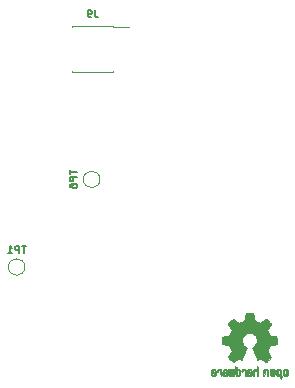
<source format=gbr>
%TF.GenerationSoftware,KiCad,Pcbnew,8.0.2*%
%TF.CreationDate,2024-08-19T18:08:16-05:00*%
%TF.ProjectId,tank,74616e6b-2e6b-4696-9361-645f70636258,rev?*%
%TF.SameCoordinates,Original*%
%TF.FileFunction,Legend,Bot*%
%TF.FilePolarity,Positive*%
%FSLAX46Y46*%
G04 Gerber Fmt 4.6, Leading zero omitted, Abs format (unit mm)*
G04 Created by KiCad (PCBNEW 8.0.2) date 2024-08-19 18:08:16*
%MOMM*%
%LPD*%
G01*
G04 APERTURE LIST*
%ADD10C,0.150000*%
%ADD11C,0.010000*%
%ADD12C,0.120000*%
G04 APERTURE END LIST*
D10*
X185067066Y-93180563D02*
X185067066Y-93634134D01*
X185067066Y-93634134D02*
X185097305Y-93724848D01*
X185097305Y-93724848D02*
X185157781Y-93785325D01*
X185157781Y-93785325D02*
X185248495Y-93815563D01*
X185248495Y-93815563D02*
X185308971Y-93815563D01*
X184734447Y-93815563D02*
X184613495Y-93815563D01*
X184613495Y-93815563D02*
X184553018Y-93785325D01*
X184553018Y-93785325D02*
X184522780Y-93755086D01*
X184522780Y-93755086D02*
X184462304Y-93664372D01*
X184462304Y-93664372D02*
X184432066Y-93543420D01*
X184432066Y-93543420D02*
X184432066Y-93301515D01*
X184432066Y-93301515D02*
X184462304Y-93241039D01*
X184462304Y-93241039D02*
X184492542Y-93210801D01*
X184492542Y-93210801D02*
X184553018Y-93180563D01*
X184553018Y-93180563D02*
X184673971Y-93180563D01*
X184673971Y-93180563D02*
X184734447Y-93210801D01*
X184734447Y-93210801D02*
X184764685Y-93241039D01*
X184764685Y-93241039D02*
X184794923Y-93301515D01*
X184794923Y-93301515D02*
X184794923Y-93452705D01*
X184794923Y-93452705D02*
X184764685Y-93513182D01*
X184764685Y-93513182D02*
X184734447Y-93543420D01*
X184734447Y-93543420D02*
X184673971Y-93573658D01*
X184673971Y-93573658D02*
X184553018Y-93573658D01*
X184553018Y-93573658D02*
X184492542Y-93543420D01*
X184492542Y-93543420D02*
X184462304Y-93513182D01*
X184462304Y-93513182D02*
X184432066Y-93452705D01*
X179236309Y-113163363D02*
X178873452Y-113163363D01*
X179054881Y-113798363D02*
X179054881Y-113163363D01*
X178661785Y-113798363D02*
X178661785Y-113163363D01*
X178661785Y-113163363D02*
X178419880Y-113163363D01*
X178419880Y-113163363D02*
X178359404Y-113193601D01*
X178359404Y-113193601D02*
X178329166Y-113223839D01*
X178329166Y-113223839D02*
X178298928Y-113284315D01*
X178298928Y-113284315D02*
X178298928Y-113375029D01*
X178298928Y-113375029D02*
X178329166Y-113435505D01*
X178329166Y-113435505D02*
X178359404Y-113465744D01*
X178359404Y-113465744D02*
X178419880Y-113495982D01*
X178419880Y-113495982D02*
X178661785Y-113495982D01*
X177694166Y-113798363D02*
X178057023Y-113798363D01*
X177875595Y-113798363D02*
X177875595Y-113163363D01*
X177875595Y-113163363D02*
X177936071Y-113254077D01*
X177936071Y-113254077D02*
X177996547Y-113314553D01*
X177996547Y-113314553D02*
X178057023Y-113344791D01*
X182911963Y-106742290D02*
X182911963Y-107105147D01*
X183546963Y-106923718D02*
X182911963Y-106923718D01*
X183546963Y-107316814D02*
X182911963Y-107316814D01*
X182911963Y-107316814D02*
X182911963Y-107558719D01*
X182911963Y-107558719D02*
X182942201Y-107619195D01*
X182942201Y-107619195D02*
X182972439Y-107649433D01*
X182972439Y-107649433D02*
X183032915Y-107679671D01*
X183032915Y-107679671D02*
X183123629Y-107679671D01*
X183123629Y-107679671D02*
X183184105Y-107649433D01*
X183184105Y-107649433D02*
X183214344Y-107619195D01*
X183214344Y-107619195D02*
X183244582Y-107558719D01*
X183244582Y-107558719D02*
X183244582Y-107316814D01*
X182911963Y-108223957D02*
X182911963Y-108103004D01*
X182911963Y-108103004D02*
X182942201Y-108042528D01*
X182942201Y-108042528D02*
X182972439Y-108012290D01*
X182972439Y-108012290D02*
X183063153Y-107951814D01*
X183063153Y-107951814D02*
X183184105Y-107921576D01*
X183184105Y-107921576D02*
X183426010Y-107921576D01*
X183426010Y-107921576D02*
X183486486Y-107951814D01*
X183486486Y-107951814D02*
X183516725Y-107982052D01*
X183516725Y-107982052D02*
X183546963Y-108042528D01*
X183546963Y-108042528D02*
X183546963Y-108163481D01*
X183546963Y-108163481D02*
X183516725Y-108223957D01*
X183516725Y-108223957D02*
X183486486Y-108254195D01*
X183486486Y-108254195D02*
X183426010Y-108284433D01*
X183426010Y-108284433D02*
X183274820Y-108284433D01*
X183274820Y-108284433D02*
X183214344Y-108254195D01*
X183214344Y-108254195D02*
X183184105Y-108223957D01*
X183184105Y-108223957D02*
X183153867Y-108163481D01*
X183153867Y-108163481D02*
X183153867Y-108042528D01*
X183153867Y-108042528D02*
X183184105Y-107982052D01*
X183184105Y-107982052D02*
X183214344Y-107951814D01*
X183214344Y-107951814D02*
X183274820Y-107921576D01*
D11*
%TO.C,REF\u002A\u002A*%
X195628229Y-123591697D02*
X195688153Y-123613955D01*
X195713073Y-123630680D01*
X195738310Y-123654643D01*
X195756312Y-123685126D01*
X195768258Y-123726623D01*
X195775330Y-123783632D01*
X195778708Y-123860647D01*
X195779571Y-123962165D01*
X195779402Y-124014627D01*
X195778553Y-124086315D01*
X195777111Y-124143525D01*
X195775214Y-124181409D01*
X195772997Y-124195114D01*
X195758572Y-124190581D01*
X195729454Y-124178270D01*
X195728581Y-124177872D01*
X195713460Y-124169956D01*
X195703291Y-124159095D01*
X195697091Y-124140071D01*
X195693878Y-124107669D01*
X195692670Y-124056671D01*
X195692486Y-123981861D01*
X195692114Y-123934404D01*
X195688150Y-123845215D01*
X195679073Y-123779887D01*
X195663924Y-123734993D01*
X195641745Y-123707107D01*
X195611575Y-123692803D01*
X195607390Y-123691806D01*
X195550880Y-123691027D01*
X195506810Y-123716344D01*
X195476372Y-123767102D01*
X195470944Y-123781775D01*
X195458571Y-123814249D01*
X195452305Y-123829172D01*
X195439436Y-123827116D01*
X195411333Y-123815957D01*
X195385121Y-123797527D01*
X195373171Y-123762698D01*
X195376736Y-123737751D01*
X195398635Y-123687147D01*
X195434044Y-123639728D01*
X195475452Y-123606934D01*
X195492800Y-123599352D01*
X195558489Y-123586676D01*
X195628229Y-123591697D01*
G36*
X195628229Y-123591697D02*
G01*
X195688153Y-123613955D01*
X195713073Y-123630680D01*
X195738310Y-123654643D01*
X195756312Y-123685126D01*
X195768258Y-123726623D01*
X195775330Y-123783632D01*
X195778708Y-123860647D01*
X195779571Y-123962165D01*
X195779402Y-124014627D01*
X195778553Y-124086315D01*
X195777111Y-124143525D01*
X195775214Y-124181409D01*
X195772997Y-124195114D01*
X195758572Y-124190581D01*
X195729454Y-124178270D01*
X195728581Y-124177872D01*
X195713460Y-124169956D01*
X195703291Y-124159095D01*
X195697091Y-124140071D01*
X195693878Y-124107669D01*
X195692670Y-124056671D01*
X195692486Y-123981861D01*
X195692114Y-123934404D01*
X195688150Y-123845215D01*
X195679073Y-123779887D01*
X195663924Y-123734993D01*
X195641745Y-123707107D01*
X195611575Y-123692803D01*
X195607390Y-123691806D01*
X195550880Y-123691027D01*
X195506810Y-123716344D01*
X195476372Y-123767102D01*
X195470944Y-123781775D01*
X195458571Y-123814249D01*
X195452305Y-123829172D01*
X195439436Y-123827116D01*
X195411333Y-123815957D01*
X195385121Y-123797527D01*
X195373171Y-123762698D01*
X195376736Y-123737751D01*
X195398635Y-123687147D01*
X195434044Y-123639728D01*
X195475452Y-123606934D01*
X195492800Y-123599352D01*
X195558489Y-123586676D01*
X195628229Y-123591697D01*
G37*
X199576420Y-123558422D02*
X199644210Y-123590280D01*
X199699766Y-123645370D01*
X199711281Y-123662616D01*
X199720832Y-123682162D01*
X199727606Y-123706798D01*
X199732219Y-123741311D01*
X199735288Y-123790489D01*
X199737429Y-123859119D01*
X199739259Y-123951989D01*
X199743804Y-124209607D01*
X199705625Y-124195091D01*
X199670668Y-124181756D01*
X199644497Y-124168923D01*
X199627413Y-124152380D01*
X199617486Y-124127065D01*
X199612786Y-124087916D01*
X199611382Y-124029868D01*
X199611343Y-123947861D01*
X199611144Y-123882495D01*
X199609959Y-123819773D01*
X199607129Y-123776934D01*
X199602009Y-123748820D01*
X199593953Y-123730275D01*
X199582314Y-123716143D01*
X199553703Y-123696200D01*
X199505639Y-123688683D01*
X199458088Y-123707679D01*
X199454950Y-123710111D01*
X199445169Y-123721348D01*
X199437953Y-123739370D01*
X199432699Y-123768626D01*
X199428802Y-123813562D01*
X199425656Y-123878628D01*
X199422657Y-123968270D01*
X199415400Y-124208297D01*
X199353714Y-124180644D01*
X199292029Y-124152991D01*
X199292029Y-123933846D01*
X199292284Y-123874311D01*
X199294486Y-123791492D01*
X199300061Y-123729827D01*
X199310341Y-123684348D01*
X199326658Y-123650084D01*
X199350343Y-123622066D01*
X199382728Y-123595323D01*
X199429307Y-123568380D01*
X199502687Y-123550791D01*
X199576420Y-123558422D01*
G36*
X199576420Y-123558422D02*
G01*
X199644210Y-123590280D01*
X199699766Y-123645370D01*
X199711281Y-123662616D01*
X199720832Y-123682162D01*
X199727606Y-123706798D01*
X199732219Y-123741311D01*
X199735288Y-123790489D01*
X199737429Y-123859119D01*
X199739259Y-123951989D01*
X199743804Y-124209607D01*
X199705625Y-124195091D01*
X199670668Y-124181756D01*
X199644497Y-124168923D01*
X199627413Y-124152380D01*
X199617486Y-124127065D01*
X199612786Y-124087916D01*
X199611382Y-124029868D01*
X199611343Y-123947861D01*
X199611144Y-123882495D01*
X199609959Y-123819773D01*
X199607129Y-123776934D01*
X199602009Y-123748820D01*
X199593953Y-123730275D01*
X199582314Y-123716143D01*
X199553703Y-123696200D01*
X199505639Y-123688683D01*
X199458088Y-123707679D01*
X199454950Y-123710111D01*
X199445169Y-123721348D01*
X199437953Y-123739370D01*
X199432699Y-123768626D01*
X199428802Y-123813562D01*
X199425656Y-123878628D01*
X199422657Y-123968270D01*
X199415400Y-124208297D01*
X199353714Y-124180644D01*
X199292029Y-124152991D01*
X199292029Y-123933846D01*
X199292284Y-123874311D01*
X199294486Y-123791492D01*
X199300061Y-123729827D01*
X199310341Y-123684348D01*
X199326658Y-123650084D01*
X199350343Y-123622066D01*
X199382728Y-123595323D01*
X199429307Y-123568380D01*
X199502687Y-123550791D01*
X199576420Y-123558422D01*
G37*
X197753091Y-123607067D02*
X197757673Y-123609603D01*
X197795104Y-123638657D01*
X197828570Y-123676010D01*
X197834407Y-123684452D01*
X197845565Y-123704153D01*
X197853536Y-123727535D01*
X197859018Y-123759667D01*
X197862707Y-123805619D01*
X197865299Y-123870459D01*
X197867492Y-123959257D01*
X197867802Y-123974269D01*
X197868800Y-124071599D01*
X197867394Y-124140534D01*
X197863564Y-124181548D01*
X197857289Y-124195114D01*
X197838298Y-124191052D01*
X197806038Y-124178744D01*
X197798441Y-124175145D01*
X197786576Y-124166998D01*
X197778394Y-124153604D01*
X197773043Y-124130208D01*
X197769669Y-124092055D01*
X197767419Y-124034390D01*
X197765440Y-123952457D01*
X197764898Y-123928507D01*
X197762803Y-123852866D01*
X197760083Y-123799928D01*
X197755915Y-123764675D01*
X197749479Y-123742087D01*
X197739950Y-123727144D01*
X197726506Y-123714827D01*
X197686705Y-123693234D01*
X197637741Y-123689076D01*
X197593929Y-123705599D01*
X197562408Y-123739810D01*
X197550314Y-123788714D01*
X197549978Y-123802007D01*
X197543372Y-123826072D01*
X197523870Y-123829744D01*
X197485683Y-123815413D01*
X197476838Y-123810817D01*
X197452934Y-123783786D01*
X197452461Y-123743594D01*
X197475236Y-123688009D01*
X197496127Y-123657717D01*
X197549542Y-123614684D01*
X197615474Y-123590355D01*
X197685974Y-123587043D01*
X197753091Y-123607067D01*
G36*
X197753091Y-123607067D02*
G01*
X197757673Y-123609603D01*
X197795104Y-123638657D01*
X197828570Y-123676010D01*
X197834407Y-123684452D01*
X197845565Y-123704153D01*
X197853536Y-123727535D01*
X197859018Y-123759667D01*
X197862707Y-123805619D01*
X197865299Y-123870459D01*
X197867492Y-123959257D01*
X197867802Y-123974269D01*
X197868800Y-124071599D01*
X197867394Y-124140534D01*
X197863564Y-124181548D01*
X197857289Y-124195114D01*
X197838298Y-124191052D01*
X197806038Y-124178744D01*
X197798441Y-124175145D01*
X197786576Y-124166998D01*
X197778394Y-124153604D01*
X197773043Y-124130208D01*
X197769669Y-124092055D01*
X197767419Y-124034390D01*
X197765440Y-123952457D01*
X197764898Y-123928507D01*
X197762803Y-123852866D01*
X197760083Y-123799928D01*
X197755915Y-123764675D01*
X197749479Y-123742087D01*
X197739950Y-123727144D01*
X197726506Y-123714827D01*
X197686705Y-123693234D01*
X197637741Y-123689076D01*
X197593929Y-123705599D01*
X197562408Y-123739810D01*
X197550314Y-123788714D01*
X197549978Y-123802007D01*
X197543372Y-123826072D01*
X197523870Y-123829744D01*
X197485683Y-123815413D01*
X197476838Y-123810817D01*
X197452934Y-123783786D01*
X197452461Y-123743594D01*
X197475236Y-123688009D01*
X197496127Y-123657717D01*
X197549542Y-123614684D01*
X197615474Y-123590355D01*
X197685974Y-123587043D01*
X197753091Y-123607067D01*
G37*
X198823943Y-123390044D02*
X198871114Y-123409942D01*
X198871114Y-123807109D01*
X198870919Y-123910098D01*
X198870398Y-124002741D01*
X198869599Y-124081300D01*
X198868572Y-124142039D01*
X198867363Y-124181223D01*
X198866023Y-124195114D01*
X198865499Y-124195068D01*
X198847687Y-124190020D01*
X198815223Y-124179180D01*
X198769514Y-124163246D01*
X198769514Y-123958773D01*
X198769224Y-123878432D01*
X198767874Y-123820162D01*
X198764769Y-123780509D01*
X198759212Y-123754218D01*
X198750507Y-123736036D01*
X198737956Y-123720707D01*
X198729399Y-123712555D01*
X198683128Y-123689975D01*
X198632128Y-123691975D01*
X198585393Y-123718673D01*
X198578589Y-123725298D01*
X198567693Y-123739056D01*
X198560236Y-123757242D01*
X198555569Y-123784777D01*
X198553042Y-123826581D01*
X198552002Y-123887573D01*
X198551800Y-123972673D01*
X198551703Y-124015834D01*
X198551074Y-124086824D01*
X198549956Y-124143676D01*
X198548463Y-124181428D01*
X198546709Y-124195114D01*
X198546185Y-124195068D01*
X198528373Y-124190020D01*
X198495909Y-124179180D01*
X198450200Y-124163246D01*
X198450223Y-123957837D01*
X198450257Y-123939551D01*
X198452178Y-123844226D01*
X198458078Y-123772143D01*
X198469401Y-123718413D01*
X198487587Y-123678149D01*
X198514079Y-123646461D01*
X198550318Y-123618461D01*
X198585663Y-123600933D01*
X198642173Y-123587385D01*
X198697756Y-123586615D01*
X198740486Y-123599795D01*
X198743698Y-123601615D01*
X198753605Y-123601420D01*
X198760375Y-123586172D01*
X198765261Y-123551213D01*
X198769514Y-123491889D01*
X198776771Y-123370147D01*
X198823943Y-123390044D01*
G36*
X198823943Y-123390044D02*
G01*
X198871114Y-123409942D01*
X198871114Y-123807109D01*
X198870919Y-123910098D01*
X198870398Y-124002741D01*
X198869599Y-124081300D01*
X198868572Y-124142039D01*
X198867363Y-124181223D01*
X198866023Y-124195114D01*
X198865499Y-124195068D01*
X198847687Y-124190020D01*
X198815223Y-124179180D01*
X198769514Y-124163246D01*
X198769514Y-123958773D01*
X198769224Y-123878432D01*
X198767874Y-123820162D01*
X198764769Y-123780509D01*
X198759212Y-123754218D01*
X198750507Y-123736036D01*
X198737956Y-123720707D01*
X198729399Y-123712555D01*
X198683128Y-123689975D01*
X198632128Y-123691975D01*
X198585393Y-123718673D01*
X198578589Y-123725298D01*
X198567693Y-123739056D01*
X198560236Y-123757242D01*
X198555569Y-123784777D01*
X198553042Y-123826581D01*
X198552002Y-123887573D01*
X198551800Y-123972673D01*
X198551703Y-124015834D01*
X198551074Y-124086824D01*
X198549956Y-124143676D01*
X198548463Y-124181428D01*
X198546709Y-124195114D01*
X198546185Y-124195068D01*
X198528373Y-124190020D01*
X198495909Y-124179180D01*
X198450200Y-124163246D01*
X198450223Y-123957837D01*
X198450257Y-123939551D01*
X198452178Y-123844226D01*
X198458078Y-123772143D01*
X198469401Y-123718413D01*
X198487587Y-123678149D01*
X198514079Y-123646461D01*
X198550318Y-123618461D01*
X198585663Y-123600933D01*
X198642173Y-123587385D01*
X198697756Y-123586615D01*
X198740486Y-123599795D01*
X198743698Y-123601615D01*
X198753605Y-123601420D01*
X198760375Y-123586172D01*
X198765261Y-123551213D01*
X198769514Y-123491889D01*
X198776771Y-123370147D01*
X198823943Y-123390044D01*
G37*
X196799341Y-123589882D02*
X196831174Y-123602358D01*
X196868143Y-123619202D01*
X196868143Y-124105796D01*
X196822212Y-124151727D01*
X196811720Y-124162027D01*
X196782655Y-124184920D01*
X196753343Y-124192335D01*
X196709726Y-124188921D01*
X196691968Y-124186714D01*
X196646167Y-124182045D01*
X196614143Y-124180185D01*
X196604644Y-124180469D01*
X196565674Y-124183548D01*
X196518560Y-124188921D01*
X196503485Y-124190768D01*
X196465510Y-124191493D01*
X196437725Y-124180029D01*
X196406074Y-124151727D01*
X196360143Y-124105796D01*
X196360143Y-123845655D01*
X196360501Y-123768780D01*
X196361616Y-123695486D01*
X196363352Y-123637450D01*
X196365567Y-123599263D01*
X196368121Y-123585514D01*
X196368656Y-123585551D01*
X196387208Y-123592393D01*
X196418553Y-123607468D01*
X196461008Y-123629422D01*
X196465004Y-123857840D01*
X196469000Y-124086257D01*
X196556086Y-124086257D01*
X196560057Y-123835886D01*
X196561316Y-123767827D01*
X196563118Y-123695082D01*
X196565071Y-123637330D01*
X196567012Y-123599248D01*
X196568777Y-123585514D01*
X196569285Y-123585562D01*
X196586882Y-123590615D01*
X196619234Y-123601449D01*
X196664943Y-123617383D01*
X196665165Y-123837306D01*
X196665388Y-123875509D01*
X196666931Y-123949746D01*
X196669692Y-124011745D01*
X196673377Y-124055908D01*
X196677692Y-124076641D01*
X196693132Y-124087731D01*
X196724641Y-124091156D01*
X196759286Y-124086257D01*
X196763257Y-123835886D01*
X196764678Y-123772263D01*
X196767625Y-123696956D01*
X196771479Y-123637886D01*
X196775942Y-123599318D01*
X196780717Y-123585514D01*
X196799341Y-123589882D01*
G36*
X196799341Y-123589882D02*
G01*
X196831174Y-123602358D01*
X196868143Y-123619202D01*
X196868143Y-124105796D01*
X196822212Y-124151727D01*
X196811720Y-124162027D01*
X196782655Y-124184920D01*
X196753343Y-124192335D01*
X196709726Y-124188921D01*
X196691968Y-124186714D01*
X196646167Y-124182045D01*
X196614143Y-124180185D01*
X196604644Y-124180469D01*
X196565674Y-124183548D01*
X196518560Y-124188921D01*
X196503485Y-124190768D01*
X196465510Y-124191493D01*
X196437725Y-124180029D01*
X196406074Y-124151727D01*
X196360143Y-124105796D01*
X196360143Y-123845655D01*
X196360501Y-123768780D01*
X196361616Y-123695486D01*
X196363352Y-123637450D01*
X196365567Y-123599263D01*
X196368121Y-123585514D01*
X196368656Y-123585551D01*
X196387208Y-123592393D01*
X196418553Y-123607468D01*
X196461008Y-123629422D01*
X196465004Y-123857840D01*
X196469000Y-124086257D01*
X196556086Y-124086257D01*
X196560057Y-123835886D01*
X196561316Y-123767827D01*
X196563118Y-123695082D01*
X196565071Y-123637330D01*
X196567012Y-123599248D01*
X196568777Y-123585514D01*
X196569285Y-123585562D01*
X196586882Y-123590615D01*
X196619234Y-123601449D01*
X196664943Y-123617383D01*
X196665165Y-123837306D01*
X196665388Y-123875509D01*
X196666931Y-123949746D01*
X196669692Y-124011745D01*
X196673377Y-124055908D01*
X196677692Y-124076641D01*
X196693132Y-124087731D01*
X196724641Y-124091156D01*
X196759286Y-124086257D01*
X196763257Y-123835886D01*
X196764678Y-123772263D01*
X196767625Y-123696956D01*
X196771479Y-123637886D01*
X196775942Y-123599318D01*
X196780717Y-123585514D01*
X196799341Y-123589882D01*
G37*
X201411114Y-123875800D02*
X201411101Y-123891535D01*
X201410314Y-123961719D01*
X201407610Y-124010622D01*
X201402006Y-124044778D01*
X201392519Y-124070724D01*
X201378168Y-124094997D01*
X201374637Y-124100033D01*
X201337278Y-124139743D01*
X201294711Y-124169692D01*
X201272852Y-124179410D01*
X201194308Y-124195620D01*
X201116631Y-124185135D01*
X201045045Y-124149307D01*
X200984774Y-124089487D01*
X200979686Y-124081473D01*
X200963130Y-124034942D01*
X200951973Y-123970152D01*
X200946560Y-123895327D01*
X200947168Y-123826113D01*
X201093648Y-123826113D01*
X201094802Y-123921999D01*
X201095266Y-123928169D01*
X201102029Y-123981078D01*
X201114071Y-124014629D01*
X201134405Y-124037616D01*
X201168497Y-124059148D01*
X201202214Y-124060280D01*
X201236943Y-124035457D01*
X201242984Y-124028925D01*
X201254817Y-124009379D01*
X201261804Y-123980986D01*
X201265127Y-123937030D01*
X201265971Y-123870792D01*
X201264525Y-123808750D01*
X201257307Y-123749642D01*
X201242406Y-123712286D01*
X201218036Y-123692752D01*
X201182408Y-123687114D01*
X201168840Y-123688235D01*
X201130830Y-123708794D01*
X201105712Y-123754899D01*
X201093648Y-123826113D01*
X200947168Y-123826113D01*
X200947233Y-123818696D01*
X200954337Y-123748482D01*
X200968215Y-123692912D01*
X200986049Y-123655901D01*
X201036255Y-123598333D01*
X201104285Y-123562562D01*
X201187558Y-123550265D01*
X201209798Y-123550931D01*
X201275291Y-123564547D01*
X201329087Y-123598849D01*
X201378457Y-123657938D01*
X201381395Y-123662322D01*
X201394687Y-123685899D01*
X201403332Y-123712549D01*
X201408304Y-123748759D01*
X201410574Y-123801013D01*
X201411078Y-123870792D01*
X201411114Y-123875800D01*
G36*
X201411114Y-123875800D02*
G01*
X201411101Y-123891535D01*
X201410314Y-123961719D01*
X201407610Y-124010622D01*
X201402006Y-124044778D01*
X201392519Y-124070724D01*
X201378168Y-124094997D01*
X201374637Y-124100033D01*
X201337278Y-124139743D01*
X201294711Y-124169692D01*
X201272852Y-124179410D01*
X201194308Y-124195620D01*
X201116631Y-124185135D01*
X201045045Y-124149307D01*
X200984774Y-124089487D01*
X200979686Y-124081473D01*
X200963130Y-124034942D01*
X200951973Y-123970152D01*
X200946560Y-123895327D01*
X200947168Y-123826113D01*
X201093648Y-123826113D01*
X201094802Y-123921999D01*
X201095266Y-123928169D01*
X201102029Y-123981078D01*
X201114071Y-124014629D01*
X201134405Y-124037616D01*
X201168497Y-124059148D01*
X201202214Y-124060280D01*
X201236943Y-124035457D01*
X201242984Y-124028925D01*
X201254817Y-124009379D01*
X201261804Y-123980986D01*
X201265127Y-123937030D01*
X201265971Y-123870792D01*
X201264525Y-123808750D01*
X201257307Y-123749642D01*
X201242406Y-123712286D01*
X201218036Y-123692752D01*
X201182408Y-123687114D01*
X201168840Y-123688235D01*
X201130830Y-123708794D01*
X201105712Y-123754899D01*
X201093648Y-123826113D01*
X200947168Y-123826113D01*
X200947233Y-123818696D01*
X200954337Y-123748482D01*
X200968215Y-123692912D01*
X200986049Y-123655901D01*
X201036255Y-123598333D01*
X201104285Y-123562562D01*
X201187558Y-123550265D01*
X201209798Y-123550931D01*
X201275291Y-123564547D01*
X201329087Y-123598849D01*
X201378457Y-123657938D01*
X201381395Y-123662322D01*
X201394687Y-123685899D01*
X201403332Y-123712549D01*
X201408304Y-123748759D01*
X201410574Y-123801013D01*
X201411078Y-123870792D01*
X201411114Y-123875800D01*
G37*
X195285990Y-123893222D02*
X195285707Y-123931905D01*
X195282162Y-124008121D01*
X195272883Y-124063894D01*
X195255775Y-124105213D01*
X195228744Y-124138067D01*
X195189692Y-124168446D01*
X195164845Y-124182260D01*
X195125015Y-124191565D01*
X195069065Y-124190830D01*
X195037785Y-124187883D01*
X195000053Y-124178883D01*
X194969894Y-124159320D01*
X194934808Y-124122867D01*
X194930120Y-124117543D01*
X194898577Y-124076569D01*
X194883528Y-124040883D01*
X194879686Y-123998566D01*
X194879686Y-123936379D01*
X194923142Y-123952782D01*
X194954824Y-123971956D01*
X194982362Y-124016947D01*
X194988111Y-124031352D01*
X195020255Y-124072146D01*
X195064011Y-124092681D01*
X195111654Y-124090835D01*
X195155457Y-124064486D01*
X195170511Y-124048055D01*
X195184163Y-124023267D01*
X195179893Y-124000744D01*
X195155316Y-123977564D01*
X195108051Y-123950802D01*
X195035714Y-123917534D01*
X194886943Y-123852416D01*
X194882995Y-123787908D01*
X194884479Y-123746820D01*
X194981410Y-123746820D01*
X194988768Y-123772257D01*
X195022248Y-123799414D01*
X195083014Y-123830314D01*
X195093069Y-123834790D01*
X195141151Y-123855617D01*
X195177126Y-123870265D01*
X195193844Y-123875800D01*
X195196377Y-123871726D01*
X195197393Y-123846847D01*
X195193769Y-123806857D01*
X195184642Y-123767752D01*
X195156173Y-123718484D01*
X195115078Y-123690722D01*
X195065990Y-123686964D01*
X195013544Y-123709709D01*
X194999009Y-123721081D01*
X194981410Y-123746820D01*
X194884479Y-123746820D01*
X194884738Y-123739664D01*
X194906681Y-123678696D01*
X194934379Y-123645097D01*
X194991805Y-123607566D01*
X195059927Y-123588606D01*
X195130347Y-123590107D01*
X195194667Y-123613955D01*
X195208826Y-123623113D01*
X195241304Y-123651449D01*
X195263516Y-123687295D01*
X195277204Y-123735984D01*
X195284115Y-123802849D01*
X195285028Y-123846847D01*
X195285990Y-123893222D01*
G36*
X195285990Y-123893222D02*
G01*
X195285707Y-123931905D01*
X195282162Y-124008121D01*
X195272883Y-124063894D01*
X195255775Y-124105213D01*
X195228744Y-124138067D01*
X195189692Y-124168446D01*
X195164845Y-124182260D01*
X195125015Y-124191565D01*
X195069065Y-124190830D01*
X195037785Y-124187883D01*
X195000053Y-124178883D01*
X194969894Y-124159320D01*
X194934808Y-124122867D01*
X194930120Y-124117543D01*
X194898577Y-124076569D01*
X194883528Y-124040883D01*
X194879686Y-123998566D01*
X194879686Y-123936379D01*
X194923142Y-123952782D01*
X194954824Y-123971956D01*
X194982362Y-124016947D01*
X194988111Y-124031352D01*
X195020255Y-124072146D01*
X195064011Y-124092681D01*
X195111654Y-124090835D01*
X195155457Y-124064486D01*
X195170511Y-124048055D01*
X195184163Y-124023267D01*
X195179893Y-124000744D01*
X195155316Y-123977564D01*
X195108051Y-123950802D01*
X195035714Y-123917534D01*
X194886943Y-123852416D01*
X194882995Y-123787908D01*
X194884479Y-123746820D01*
X194981410Y-123746820D01*
X194988768Y-123772257D01*
X195022248Y-123799414D01*
X195083014Y-123830314D01*
X195093069Y-123834790D01*
X195141151Y-123855617D01*
X195177126Y-123870265D01*
X195193844Y-123875800D01*
X195196377Y-123871726D01*
X195197393Y-123846847D01*
X195193769Y-123806857D01*
X195184642Y-123767752D01*
X195156173Y-123718484D01*
X195115078Y-123690722D01*
X195065990Y-123686964D01*
X195013544Y-123709709D01*
X194999009Y-123721081D01*
X194981410Y-123746820D01*
X194884479Y-123746820D01*
X194884738Y-123739664D01*
X194906681Y-123678696D01*
X194934379Y-123645097D01*
X194991805Y-123607566D01*
X195059927Y-123588606D01*
X195130347Y-123590107D01*
X195194667Y-123613955D01*
X195208826Y-123623113D01*
X195241304Y-123651449D01*
X195263516Y-123687295D01*
X195277204Y-123735984D01*
X195284115Y-123802849D01*
X195285028Y-123846847D01*
X195285990Y-123893222D01*
G37*
X197376098Y-123890314D02*
X197374937Y-123946913D01*
X197366745Y-124024062D01*
X197348919Y-124081876D01*
X197319375Y-124126022D01*
X197276025Y-124162168D01*
X197234732Y-124183063D01*
X197165387Y-124194690D01*
X197096136Y-124181977D01*
X197033545Y-124146545D01*
X196984179Y-124090018D01*
X196978218Y-124079595D01*
X196970345Y-124061333D01*
X196964506Y-124038029D01*
X196960399Y-124005685D01*
X196957725Y-123960304D01*
X196956181Y-123897887D01*
X196956134Y-123892348D01*
X197056829Y-123892348D01*
X197057172Y-123945177D01*
X197059342Y-123992962D01*
X197064707Y-124023809D01*
X197074617Y-124044535D01*
X197090421Y-124061956D01*
X197094124Y-124065305D01*
X197141699Y-124090019D01*
X197192035Y-124087490D01*
X197238917Y-124057888D01*
X197252877Y-124042553D01*
X197264560Y-124022222D01*
X197271086Y-123994114D01*
X197273924Y-123951150D01*
X197274543Y-123886247D01*
X197274237Y-123836722D01*
X197272122Y-123788382D01*
X197266790Y-123757187D01*
X197256860Y-123736247D01*
X197240950Y-123718673D01*
X197231604Y-123710759D01*
X197183176Y-123689443D01*
X197132440Y-123692798D01*
X197088387Y-123720707D01*
X197078904Y-123731773D01*
X197067339Y-123752609D01*
X197060652Y-123781706D01*
X197057573Y-123825981D01*
X197056829Y-123892348D01*
X196956134Y-123892348D01*
X196955467Y-123814437D01*
X196955283Y-123705958D01*
X196955229Y-123369201D01*
X197002400Y-123388962D01*
X197014872Y-123394370D01*
X197034724Y-123406585D01*
X197046087Y-123425082D01*
X197052333Y-123457429D01*
X197056829Y-123511193D01*
X197060935Y-123559466D01*
X197066363Y-123591157D01*
X197074139Y-123602983D01*
X197085857Y-123599812D01*
X197115718Y-123588667D01*
X197169084Y-123585904D01*
X197226493Y-123596225D01*
X197276025Y-123618461D01*
X197303276Y-123639043D01*
X197338265Y-123679200D01*
X197360674Y-123730686D01*
X197372590Y-123799168D01*
X197375942Y-123886247D01*
X197376098Y-123890314D01*
G36*
X197376098Y-123890314D02*
G01*
X197374937Y-123946913D01*
X197366745Y-124024062D01*
X197348919Y-124081876D01*
X197319375Y-124126022D01*
X197276025Y-124162168D01*
X197234732Y-124183063D01*
X197165387Y-124194690D01*
X197096136Y-124181977D01*
X197033545Y-124146545D01*
X196984179Y-124090018D01*
X196978218Y-124079595D01*
X196970345Y-124061333D01*
X196964506Y-124038029D01*
X196960399Y-124005685D01*
X196957725Y-123960304D01*
X196956181Y-123897887D01*
X196956134Y-123892348D01*
X197056829Y-123892348D01*
X197057172Y-123945177D01*
X197059342Y-123992962D01*
X197064707Y-124023809D01*
X197074617Y-124044535D01*
X197090421Y-124061956D01*
X197094124Y-124065305D01*
X197141699Y-124090019D01*
X197192035Y-124087490D01*
X197238917Y-124057888D01*
X197252877Y-124042553D01*
X197264560Y-124022222D01*
X197271086Y-123994114D01*
X197273924Y-123951150D01*
X197274543Y-123886247D01*
X197274237Y-123836722D01*
X197272122Y-123788382D01*
X197266790Y-123757187D01*
X197256860Y-123736247D01*
X197240950Y-123718673D01*
X197231604Y-123710759D01*
X197183176Y-123689443D01*
X197132440Y-123692798D01*
X197088387Y-123720707D01*
X197078904Y-123731773D01*
X197067339Y-123752609D01*
X197060652Y-123781706D01*
X197057573Y-123825981D01*
X197056829Y-123892348D01*
X196956134Y-123892348D01*
X196955467Y-123814437D01*
X196955283Y-123705958D01*
X196955229Y-123369201D01*
X197002400Y-123388962D01*
X197014872Y-123394370D01*
X197034724Y-123406585D01*
X197046087Y-123425082D01*
X197052333Y-123457429D01*
X197056829Y-123511193D01*
X197060935Y-123559466D01*
X197066363Y-123591157D01*
X197074139Y-123602983D01*
X197085857Y-123599812D01*
X197115718Y-123588667D01*
X197169084Y-123585904D01*
X197226493Y-123596225D01*
X197276025Y-123618461D01*
X197303276Y-123639043D01*
X197338265Y-123679200D01*
X197360674Y-123730686D01*
X197372590Y-123799168D01*
X197375942Y-123886247D01*
X197376098Y-123890314D01*
G37*
X200307699Y-123834655D02*
X200303084Y-123944678D01*
X200300478Y-123967987D01*
X200281060Y-124050952D01*
X200245973Y-124114048D01*
X200192612Y-124162408D01*
X200189596Y-124164404D01*
X200121762Y-124192785D01*
X200050935Y-124195311D01*
X199982689Y-124173697D01*
X199922596Y-124129662D01*
X199876229Y-124064922D01*
X199875450Y-124063361D01*
X199860043Y-124023158D01*
X199848757Y-123977466D01*
X199842770Y-123934572D01*
X199843261Y-123902760D01*
X199851407Y-123890314D01*
X199858644Y-123891071D01*
X199893251Y-123904835D01*
X199932478Y-123930146D01*
X199965848Y-123959445D01*
X199982883Y-123985172D01*
X200000592Y-124020071D01*
X200036885Y-124051812D01*
X200079030Y-124064486D01*
X200094477Y-124060821D01*
X200124969Y-124042374D01*
X200151528Y-124016766D01*
X200162886Y-123993534D01*
X200162882Y-123993448D01*
X200149996Y-123982779D01*
X200115641Y-123963533D01*
X200064993Y-123938413D01*
X200003229Y-123910124D01*
X200002889Y-123909974D01*
X199935788Y-123880098D01*
X199890811Y-123858573D01*
X199863545Y-123842037D01*
X199849578Y-123827131D01*
X199844497Y-123810493D01*
X199843890Y-123788762D01*
X199848112Y-123747613D01*
X199991400Y-123747613D01*
X200006191Y-123760549D01*
X200043044Y-123779933D01*
X200044125Y-123780481D01*
X200087605Y-123801187D01*
X200126502Y-123817705D01*
X200151178Y-123824693D01*
X200161076Y-123815353D01*
X200162886Y-123783348D01*
X200155366Y-123743515D01*
X200129297Y-123707317D01*
X200091554Y-123688550D01*
X200049477Y-123690445D01*
X200010405Y-123716232D01*
X199995047Y-123734051D01*
X199991400Y-123747613D01*
X199848112Y-123747613D01*
X199849233Y-123736686D01*
X199875651Y-123665935D01*
X199919873Y-123610335D01*
X199977097Y-123571839D01*
X200042520Y-123552397D01*
X200111337Y-123553959D01*
X200178747Y-123578478D01*
X200239944Y-123627902D01*
X200273850Y-123676812D01*
X200298206Y-123746627D01*
X200302167Y-123783348D01*
X200307699Y-123834655D01*
G36*
X200307699Y-123834655D02*
G01*
X200303084Y-123944678D01*
X200300478Y-123967987D01*
X200281060Y-124050952D01*
X200245973Y-124114048D01*
X200192612Y-124162408D01*
X200189596Y-124164404D01*
X200121762Y-124192785D01*
X200050935Y-124195311D01*
X199982689Y-124173697D01*
X199922596Y-124129662D01*
X199876229Y-124064922D01*
X199875450Y-124063361D01*
X199860043Y-124023158D01*
X199848757Y-123977466D01*
X199842770Y-123934572D01*
X199843261Y-123902760D01*
X199851407Y-123890314D01*
X199858644Y-123891071D01*
X199893251Y-123904835D01*
X199932478Y-123930146D01*
X199965848Y-123959445D01*
X199982883Y-123985172D01*
X200000592Y-124020071D01*
X200036885Y-124051812D01*
X200079030Y-124064486D01*
X200094477Y-124060821D01*
X200124969Y-124042374D01*
X200151528Y-124016766D01*
X200162886Y-123993534D01*
X200162882Y-123993448D01*
X200149996Y-123982779D01*
X200115641Y-123963533D01*
X200064993Y-123938413D01*
X200003229Y-123910124D01*
X200002889Y-123909974D01*
X199935788Y-123880098D01*
X199890811Y-123858573D01*
X199863545Y-123842037D01*
X199849578Y-123827131D01*
X199844497Y-123810493D01*
X199843890Y-123788762D01*
X199848112Y-123747613D01*
X199991400Y-123747613D01*
X200006191Y-123760549D01*
X200043044Y-123779933D01*
X200044125Y-123780481D01*
X200087605Y-123801187D01*
X200126502Y-123817705D01*
X200151178Y-123824693D01*
X200161076Y-123815353D01*
X200162886Y-123783348D01*
X200155366Y-123743515D01*
X200129297Y-123707317D01*
X200091554Y-123688550D01*
X200049477Y-123690445D01*
X200010405Y-123716232D01*
X199995047Y-123734051D01*
X199991400Y-123747613D01*
X199848112Y-123747613D01*
X199849233Y-123736686D01*
X199875651Y-123665935D01*
X199919873Y-123610335D01*
X199977097Y-123571839D01*
X200042520Y-123552397D01*
X200111337Y-123553959D01*
X200178747Y-123578478D01*
X200239944Y-123627902D01*
X200273850Y-123676812D01*
X200298206Y-123746627D01*
X200302167Y-123783348D01*
X200307699Y-123834655D01*
G37*
X198234883Y-123601169D02*
X198284776Y-123630261D01*
X198306725Y-123652927D01*
X198348904Y-123720682D01*
X198363114Y-123794550D01*
X198363114Y-123845370D01*
X198316399Y-123825728D01*
X198284092Y-123805908D01*
X198258631Y-123764760D01*
X198256016Y-123756275D01*
X198227878Y-123713051D01*
X198185467Y-123689703D01*
X198136770Y-123688700D01*
X198089773Y-123712514D01*
X198082757Y-123718656D01*
X198059293Y-123745345D01*
X198055419Y-123768614D01*
X198073168Y-123791462D01*
X198114579Y-123816887D01*
X198181686Y-123847888D01*
X198186224Y-123849852D01*
X198260722Y-123884590D01*
X198311603Y-123915363D01*
X198342925Y-123946088D01*
X198358743Y-123980682D01*
X198363114Y-124023062D01*
X198357386Y-124070046D01*
X198328462Y-124130185D01*
X198277578Y-124173388D01*
X198240774Y-124186359D01*
X198188834Y-124193456D01*
X198138399Y-124191940D01*
X198102383Y-124181232D01*
X198098558Y-124178566D01*
X198088398Y-124159937D01*
X198095448Y-124127105D01*
X198107697Y-124101335D01*
X198127339Y-124090606D01*
X198164591Y-124091139D01*
X198216308Y-124088062D01*
X198250101Y-124066812D01*
X198261514Y-124027477D01*
X198261504Y-124026347D01*
X198254587Y-124003513D01*
X198231059Y-123982563D01*
X198185314Y-123958415D01*
X198123104Y-123929341D01*
X198081899Y-123913525D01*
X198058112Y-123914544D01*
X198046997Y-123935437D01*
X198043808Y-123979241D01*
X198043800Y-124048993D01*
X198043444Y-124092052D01*
X198041813Y-124145226D01*
X198039161Y-124181622D01*
X198035822Y-124195114D01*
X198034930Y-124195023D01*
X198015637Y-124187710D01*
X197983684Y-124172278D01*
X197939524Y-124149442D01*
X197944771Y-123943678D01*
X197945136Y-123930032D01*
X197949304Y-123834251D01*
X197956668Y-123762062D01*
X197968730Y-123708658D01*
X197986993Y-123669233D01*
X198012960Y-123638980D01*
X198048133Y-123613093D01*
X198048784Y-123612687D01*
X198105656Y-123591568D01*
X198171433Y-123588000D01*
X198234883Y-123601169D01*
G36*
X198234883Y-123601169D02*
G01*
X198284776Y-123630261D01*
X198306725Y-123652927D01*
X198348904Y-123720682D01*
X198363114Y-123794550D01*
X198363114Y-123845370D01*
X198316399Y-123825728D01*
X198284092Y-123805908D01*
X198258631Y-123764760D01*
X198256016Y-123756275D01*
X198227878Y-123713051D01*
X198185467Y-123689703D01*
X198136770Y-123688700D01*
X198089773Y-123712514D01*
X198082757Y-123718656D01*
X198059293Y-123745345D01*
X198055419Y-123768614D01*
X198073168Y-123791462D01*
X198114579Y-123816887D01*
X198181686Y-123847888D01*
X198186224Y-123849852D01*
X198260722Y-123884590D01*
X198311603Y-123915363D01*
X198342925Y-123946088D01*
X198358743Y-123980682D01*
X198363114Y-124023062D01*
X198357386Y-124070046D01*
X198328462Y-124130185D01*
X198277578Y-124173388D01*
X198240774Y-124186359D01*
X198188834Y-124193456D01*
X198138399Y-124191940D01*
X198102383Y-124181232D01*
X198098558Y-124178566D01*
X198088398Y-124159937D01*
X198095448Y-124127105D01*
X198107697Y-124101335D01*
X198127339Y-124090606D01*
X198164591Y-124091139D01*
X198216308Y-124088062D01*
X198250101Y-124066812D01*
X198261514Y-124027477D01*
X198261504Y-124026347D01*
X198254587Y-124003513D01*
X198231059Y-123982563D01*
X198185314Y-123958415D01*
X198123104Y-123929341D01*
X198081899Y-123913525D01*
X198058112Y-123914544D01*
X198046997Y-123935437D01*
X198043808Y-123979241D01*
X198043800Y-124048993D01*
X198043444Y-124092052D01*
X198041813Y-124145226D01*
X198039161Y-124181622D01*
X198035822Y-124195114D01*
X198034930Y-124195023D01*
X198015637Y-124187710D01*
X197983684Y-124172278D01*
X197939524Y-124149442D01*
X197944771Y-123943678D01*
X197945136Y-123930032D01*
X197949304Y-123834251D01*
X197956668Y-123762062D01*
X197968730Y-123708658D01*
X197986993Y-123669233D01*
X198012960Y-123638980D01*
X198048133Y-123613093D01*
X198048784Y-123612687D01*
X198105656Y-123591568D01*
X198171433Y-123588000D01*
X198234883Y-123601169D01*
G37*
X200855215Y-123942124D02*
X200856652Y-124053600D01*
X200857051Y-124085939D01*
X200858329Y-124194055D01*
X200858585Y-124276786D01*
X200857034Y-124337026D01*
X200852890Y-124377673D01*
X200845364Y-124401623D01*
X200833671Y-124411771D01*
X200817024Y-124411014D01*
X200794636Y-124402248D01*
X200765721Y-124388369D01*
X200759542Y-124385408D01*
X200733813Y-124370911D01*
X200720376Y-124353665D01*
X200715234Y-124324908D01*
X200714390Y-124275883D01*
X200714352Y-124187857D01*
X200623676Y-124187857D01*
X200567898Y-124185415D01*
X200524040Y-124175508D01*
X200487618Y-124155486D01*
X200484903Y-124153529D01*
X200447946Y-124120469D01*
X200422226Y-124080531D01*
X200406006Y-124028257D01*
X200397548Y-123958188D01*
X200395483Y-123879030D01*
X200540257Y-123879030D01*
X200540282Y-123892297D01*
X200541661Y-123952184D01*
X200546087Y-123991332D01*
X200554861Y-124016753D01*
X200569286Y-124035457D01*
X200570184Y-124036350D01*
X200605637Y-124060552D01*
X200639996Y-124058167D01*
X200678803Y-124028860D01*
X200688295Y-124018844D01*
X200702276Y-123998308D01*
X200710160Y-123971597D01*
X200713645Y-123931099D01*
X200714429Y-123869203D01*
X200713750Y-123831730D01*
X200706383Y-123763580D01*
X200689568Y-123718930D01*
X200661634Y-123694526D01*
X200620909Y-123687114D01*
X200603750Y-123688694D01*
X200574060Y-123704366D01*
X200554431Y-123739291D01*
X200543588Y-123796501D01*
X200540257Y-123879030D01*
X200395483Y-123879030D01*
X200395114Y-123864867D01*
X200395653Y-123796769D01*
X200398107Y-123745187D01*
X200403558Y-123709416D01*
X200413086Y-123682615D01*
X200427771Y-123657938D01*
X200441252Y-123639080D01*
X200490199Y-123588168D01*
X200545656Y-123560518D01*
X200615328Y-123551765D01*
X200695064Y-123560490D01*
X200763995Y-123591785D01*
X200818513Y-123646981D01*
X200822623Y-123652824D01*
X200832208Y-123668353D01*
X200839551Y-123686098D01*
X200845012Y-123709890D01*
X200848950Y-123743558D01*
X200851723Y-123790933D01*
X200853692Y-123855845D01*
X200853928Y-123869203D01*
X200855215Y-123942124D01*
G36*
X200855215Y-123942124D02*
G01*
X200856652Y-124053600D01*
X200857051Y-124085939D01*
X200858329Y-124194055D01*
X200858585Y-124276786D01*
X200857034Y-124337026D01*
X200852890Y-124377673D01*
X200845364Y-124401623D01*
X200833671Y-124411771D01*
X200817024Y-124411014D01*
X200794636Y-124402248D01*
X200765721Y-124388369D01*
X200759542Y-124385408D01*
X200733813Y-124370911D01*
X200720376Y-124353665D01*
X200715234Y-124324908D01*
X200714390Y-124275883D01*
X200714352Y-124187857D01*
X200623676Y-124187857D01*
X200567898Y-124185415D01*
X200524040Y-124175508D01*
X200487618Y-124155486D01*
X200484903Y-124153529D01*
X200447946Y-124120469D01*
X200422226Y-124080531D01*
X200406006Y-124028257D01*
X200397548Y-123958188D01*
X200395483Y-123879030D01*
X200540257Y-123879030D01*
X200540282Y-123892297D01*
X200541661Y-123952184D01*
X200546087Y-123991332D01*
X200554861Y-124016753D01*
X200569286Y-124035457D01*
X200570184Y-124036350D01*
X200605637Y-124060552D01*
X200639996Y-124058167D01*
X200678803Y-124028860D01*
X200688295Y-124018844D01*
X200702276Y-123998308D01*
X200710160Y-123971597D01*
X200713645Y-123931099D01*
X200714429Y-123869203D01*
X200713750Y-123831730D01*
X200706383Y-123763580D01*
X200689568Y-123718930D01*
X200661634Y-123694526D01*
X200620909Y-123687114D01*
X200603750Y-123688694D01*
X200574060Y-123704366D01*
X200554431Y-123739291D01*
X200543588Y-123796501D01*
X200540257Y-123879030D01*
X200395483Y-123879030D01*
X200395114Y-123864867D01*
X200395653Y-123796769D01*
X200398107Y-123745187D01*
X200403558Y-123709416D01*
X200413086Y-123682615D01*
X200427771Y-123657938D01*
X200441252Y-123639080D01*
X200490199Y-123588168D01*
X200545656Y-123560518D01*
X200615328Y-123551765D01*
X200695064Y-123560490D01*
X200763995Y-123591785D01*
X200818513Y-123646981D01*
X200822623Y-123652824D01*
X200832208Y-123668353D01*
X200839551Y-123686098D01*
X200845012Y-123709890D01*
X200848950Y-123743558D01*
X200851723Y-123790933D01*
X200853692Y-123855845D01*
X200853928Y-123869203D01*
X200855215Y-123942124D01*
G37*
X196112895Y-123586820D02*
X196143999Y-123594721D01*
X196172959Y-123614417D01*
X196210231Y-123651084D01*
X196234201Y-123676978D01*
X196259170Y-123710597D01*
X196270431Y-123742106D01*
X196273057Y-123782085D01*
X196273057Y-123847517D01*
X196228435Y-123824442D01*
X196193073Y-123796324D01*
X196168851Y-123758448D01*
X196164691Y-123748151D01*
X196132994Y-123708237D01*
X196088954Y-123688224D01*
X196040931Y-123690172D01*
X195997286Y-123716143D01*
X195978820Y-123737235D01*
X195968063Y-123764219D01*
X195979578Y-123788234D01*
X196015381Y-123812391D01*
X196077490Y-123839799D01*
X196086915Y-123843585D01*
X196143458Y-123868359D01*
X196191980Y-123892789D01*
X196222851Y-123912086D01*
X196253771Y-123946553D01*
X196274327Y-124001557D01*
X196272144Y-124060583D01*
X196247824Y-124116445D01*
X196201968Y-124161955D01*
X196164838Y-124181327D01*
X196093111Y-124194892D01*
X196053252Y-124193062D01*
X196016353Y-124183168D01*
X196002197Y-124162406D01*
X196007491Y-124128213D01*
X196009031Y-124123692D01*
X196021242Y-124099716D01*
X196041574Y-124090642D01*
X196080308Y-124091249D01*
X196107657Y-124092074D01*
X196139657Y-124084992D01*
X196161582Y-124063819D01*
X196174070Y-124037752D01*
X196175462Y-124010445D01*
X196175398Y-124010285D01*
X196159207Y-123995530D01*
X196124555Y-123974057D01*
X196079721Y-123950058D01*
X196032982Y-123927725D01*
X195992617Y-123911252D01*
X195966904Y-123904829D01*
X195963079Y-123911118D01*
X195958264Y-123940715D01*
X195954966Y-123989047D01*
X195953743Y-124049972D01*
X195953458Y-124092142D01*
X195952118Y-124145253D01*
X195949928Y-124181625D01*
X195947169Y-124195114D01*
X195932744Y-124190581D01*
X195903626Y-124178270D01*
X195866657Y-124161426D01*
X195866657Y-123945321D01*
X195866893Y-123889927D01*
X195869129Y-123805807D01*
X195874823Y-123743400D01*
X195885303Y-123697958D01*
X195901897Y-123664733D01*
X195925931Y-123638978D01*
X195958733Y-123615944D01*
X196000524Y-123596935D01*
X196077687Y-123585514D01*
X196112895Y-123586820D01*
G36*
X196112895Y-123586820D02*
G01*
X196143999Y-123594721D01*
X196172959Y-123614417D01*
X196210231Y-123651084D01*
X196234201Y-123676978D01*
X196259170Y-123710597D01*
X196270431Y-123742106D01*
X196273057Y-123782085D01*
X196273057Y-123847517D01*
X196228435Y-123824442D01*
X196193073Y-123796324D01*
X196168851Y-123758448D01*
X196164691Y-123748151D01*
X196132994Y-123708237D01*
X196088954Y-123688224D01*
X196040931Y-123690172D01*
X195997286Y-123716143D01*
X195978820Y-123737235D01*
X195968063Y-123764219D01*
X195979578Y-123788234D01*
X196015381Y-123812391D01*
X196077490Y-123839799D01*
X196086915Y-123843585D01*
X196143458Y-123868359D01*
X196191980Y-123892789D01*
X196222851Y-123912086D01*
X196253771Y-123946553D01*
X196274327Y-124001557D01*
X196272144Y-124060583D01*
X196247824Y-124116445D01*
X196201968Y-124161955D01*
X196164838Y-124181327D01*
X196093111Y-124194892D01*
X196053252Y-124193062D01*
X196016353Y-124183168D01*
X196002197Y-124162406D01*
X196007491Y-124128213D01*
X196009031Y-124123692D01*
X196021242Y-124099716D01*
X196041574Y-124090642D01*
X196080308Y-124091249D01*
X196107657Y-124092074D01*
X196139657Y-124084992D01*
X196161582Y-124063819D01*
X196174070Y-124037752D01*
X196175462Y-124010445D01*
X196175398Y-124010285D01*
X196159207Y-123995530D01*
X196124555Y-123974057D01*
X196079721Y-123950058D01*
X196032982Y-123927725D01*
X195992617Y-123911252D01*
X195966904Y-123904829D01*
X195963079Y-123911118D01*
X195958264Y-123940715D01*
X195954966Y-123989047D01*
X195953743Y-124049972D01*
X195953458Y-124092142D01*
X195952118Y-124145253D01*
X195949928Y-124181625D01*
X195947169Y-124195114D01*
X195932744Y-124190581D01*
X195903626Y-124178270D01*
X195866657Y-124161426D01*
X195866657Y-123945321D01*
X195866893Y-123889927D01*
X195869129Y-123805807D01*
X195874823Y-123743400D01*
X195885303Y-123697958D01*
X195901897Y-123664733D01*
X195925931Y-123638978D01*
X195958733Y-123615944D01*
X196000524Y-123596935D01*
X196077687Y-123585514D01*
X196112895Y-123586820D01*
G37*
X198259333Y-118882971D02*
X198335256Y-118883465D01*
X198389891Y-118884735D01*
X198426900Y-118887147D01*
X198449947Y-118891067D01*
X198462696Y-118896862D01*
X198468811Y-118904899D01*
X198471956Y-118915543D01*
X198472046Y-118915925D01*
X198477214Y-118940947D01*
X198486609Y-118989281D01*
X198499267Y-119055860D01*
X198514225Y-119135614D01*
X198530519Y-119223475D01*
X198531848Y-119230664D01*
X198548091Y-119315940D01*
X198563205Y-119390842D01*
X198576208Y-119450819D01*
X198586115Y-119491317D01*
X198591944Y-119507784D01*
X198591975Y-119507810D01*
X198610343Y-119516920D01*
X198648040Y-119532057D01*
X198696943Y-119549958D01*
X198699697Y-119550930D01*
X198762217Y-119574559D01*
X198834943Y-119604195D01*
X198902694Y-119633662D01*
X199014103Y-119684226D01*
X199260799Y-119515760D01*
X199278175Y-119503911D01*
X199352602Y-119453547D01*
X199419014Y-119409212D01*
X199473439Y-119373516D01*
X199511906Y-119349071D01*
X199530442Y-119338489D01*
X199543143Y-119340915D01*
X199571979Y-119359710D01*
X199616543Y-119396930D01*
X199678070Y-119453620D01*
X199757798Y-119530827D01*
X199764932Y-119537855D01*
X199828196Y-119600822D01*
X199884390Y-119657868D01*
X199930077Y-119705417D01*
X199961814Y-119739897D01*
X199976164Y-119757731D01*
X199976210Y-119757817D01*
X199978033Y-119771395D01*
X199971310Y-119793420D01*
X199954346Y-119826904D01*
X199925444Y-119874861D01*
X199882908Y-119940304D01*
X199825044Y-120026245D01*
X199815183Y-120040751D01*
X199765313Y-120114235D01*
X199721305Y-120179287D01*
X199685780Y-120232017D01*
X199661359Y-120268536D01*
X199650664Y-120284956D01*
X199649858Y-120288434D01*
X199654918Y-120314385D01*
X199670077Y-120356759D01*
X199692863Y-120408328D01*
X199723829Y-120475770D01*
X199758404Y-120555795D01*
X199787766Y-120628229D01*
X199795045Y-120646977D01*
X199814110Y-120694846D01*
X199828115Y-120728196D01*
X199834441Y-120740714D01*
X199841425Y-120741650D01*
X199872813Y-120747061D01*
X199924187Y-120756406D01*
X199990202Y-120768669D01*
X200065513Y-120782832D01*
X200144775Y-120797880D01*
X200222643Y-120812795D01*
X200293770Y-120826561D01*
X200352812Y-120838162D01*
X200394422Y-120846580D01*
X200413257Y-120850799D01*
X200416380Y-120851989D01*
X200423991Y-120858405D01*
X200429654Y-120872065D01*
X200433651Y-120896599D01*
X200436266Y-120935638D01*
X200437784Y-120992813D01*
X200438486Y-121071754D01*
X200438657Y-121176092D01*
X200438657Y-121493399D01*
X200362457Y-121508439D01*
X200353240Y-121510242D01*
X200304291Y-121519580D01*
X200236605Y-121532269D01*
X200157878Y-121546873D01*
X200075800Y-121561955D01*
X200043478Y-121568022D01*
X199971255Y-121582781D01*
X199911066Y-121596737D01*
X199868440Y-121608552D01*
X199848910Y-121616887D01*
X199840060Y-121630505D01*
X199823948Y-121666538D01*
X199807465Y-121713172D01*
X199801663Y-121730634D01*
X199780306Y-121787958D01*
X199752759Y-121855801D01*
X199723507Y-121922955D01*
X199707863Y-121958030D01*
X199685574Y-122010422D01*
X199670257Y-122049658D01*
X199664562Y-122069163D01*
X199664878Y-122070636D01*
X199675681Y-122091329D01*
X199700038Y-122131265D01*
X199735481Y-122186572D01*
X199779536Y-122253381D01*
X199829732Y-122327820D01*
X199994901Y-122570223D01*
X199777903Y-122787583D01*
X199756916Y-122808499D01*
X199692742Y-122871105D01*
X199635390Y-122925095D01*
X199588220Y-122967426D01*
X199554592Y-122995057D01*
X199537867Y-123004943D01*
X199519703Y-122997421D01*
X199481665Y-122975827D01*
X199428126Y-122942751D01*
X199363284Y-122900791D01*
X199291340Y-122852543D01*
X199220675Y-122804891D01*
X199156926Y-122762928D01*
X199104913Y-122729765D01*
X199068679Y-122707978D01*
X199052267Y-122700143D01*
X199051305Y-122700214D01*
X199029503Y-122707938D01*
X198990840Y-122725923D01*
X198943012Y-122750613D01*
X198942510Y-122750884D01*
X198878987Y-122782699D01*
X198835460Y-122798242D01*
X198808452Y-122798285D01*
X198794490Y-122783600D01*
X198788580Y-122769144D01*
X198772629Y-122730431D01*
X198748060Y-122670916D01*
X198716179Y-122593765D01*
X198678293Y-122502141D01*
X198635710Y-122399207D01*
X198589737Y-122288126D01*
X198548067Y-122187072D01*
X198505668Y-122083380D01*
X198468156Y-121990719D01*
X198436788Y-121912242D01*
X198412825Y-121851100D01*
X198397523Y-121810443D01*
X198392143Y-121793425D01*
X198402418Y-121777819D01*
X198430963Y-121751762D01*
X198471371Y-121721487D01*
X198568379Y-121642284D01*
X198655193Y-121541075D01*
X198718722Y-121429716D01*
X198758577Y-121311493D01*
X198774365Y-121189695D01*
X198765696Y-121067610D01*
X198732178Y-120948525D01*
X198673421Y-120835729D01*
X198589032Y-120732511D01*
X198545031Y-120692313D01*
X198439611Y-120621238D01*
X198326810Y-120574901D01*
X198209925Y-120552199D01*
X198092253Y-120552028D01*
X197977090Y-120573287D01*
X197867735Y-120614870D01*
X197767483Y-120675676D01*
X197679633Y-120754601D01*
X197607480Y-120850541D01*
X197554322Y-120962395D01*
X197523457Y-121089057D01*
X197517792Y-121150107D01*
X197525585Y-121282376D01*
X197560684Y-121407866D01*
X197622049Y-121524359D01*
X197708643Y-121629639D01*
X197819429Y-121721487D01*
X197858331Y-121750530D01*
X197887504Y-121776872D01*
X197898657Y-121793400D01*
X197894210Y-121807809D01*
X197879778Y-121846415D01*
X197856573Y-121905801D01*
X197825852Y-121982815D01*
X197788874Y-122074303D01*
X197746896Y-122177116D01*
X197701178Y-122288102D01*
X197659578Y-122388672D01*
X197616622Y-122492547D01*
X197578229Y-122585419D01*
X197545705Y-122664125D01*
X197520358Y-122725499D01*
X197503495Y-122766379D01*
X197496425Y-122783600D01*
X197496343Y-122783804D01*
X197482198Y-122798345D01*
X197455059Y-122798179D01*
X197411423Y-122782527D01*
X197347788Y-122750613D01*
X197342779Y-122747926D01*
X197295525Y-122723750D01*
X197258211Y-122706637D01*
X197238533Y-122700143D01*
X197222405Y-122707818D01*
X197186359Y-122729471D01*
X197134492Y-122762528D01*
X197070845Y-122804410D01*
X196999460Y-122852543D01*
X196929124Y-122899731D01*
X196864070Y-122941867D01*
X196810220Y-122975178D01*
X196771774Y-122997069D01*
X196752934Y-123004943D01*
X196749725Y-123003943D01*
X196727354Y-122988184D01*
X196689133Y-122955633D01*
X196638421Y-122909333D01*
X196578581Y-122852326D01*
X196512971Y-122787658D01*
X196296048Y-122570372D01*
X196465001Y-122321853D01*
X196633953Y-122073333D01*
X196582583Y-121962195D01*
X196582431Y-121961866D01*
X196551583Y-121891018D01*
X196520061Y-121812123D01*
X196494666Y-121742200D01*
X196490823Y-121730922D01*
X196471447Y-121678567D01*
X196453974Y-121637883D01*
X196441788Y-121616887D01*
X196436826Y-121613922D01*
X196407034Y-121603975D01*
X196356447Y-121591105D01*
X196290594Y-121576653D01*
X196215000Y-121561955D01*
X196192357Y-121557810D01*
X196110438Y-121542716D01*
X196034000Y-121528499D01*
X195970737Y-121516595D01*
X195928343Y-121508439D01*
X195852143Y-121493399D01*
X195852143Y-121176092D01*
X195852160Y-121137076D01*
X195852482Y-121041892D01*
X195853433Y-120970855D01*
X195855296Y-120920334D01*
X195858355Y-120886698D01*
X195862894Y-120866318D01*
X195869195Y-120855562D01*
X195877543Y-120850799D01*
X195885624Y-120848870D01*
X195918572Y-120842045D01*
X195971136Y-120831622D01*
X196037969Y-120818618D01*
X196113728Y-120804049D01*
X196193065Y-120788933D01*
X196270637Y-120774285D01*
X196341098Y-120761123D01*
X196399102Y-120750463D01*
X196439304Y-120743321D01*
X196456359Y-120740714D01*
X196457512Y-120739141D01*
X196466785Y-120718719D01*
X196482832Y-120679645D01*
X196503035Y-120628229D01*
X196531072Y-120558953D01*
X196565586Y-120478890D01*
X196597938Y-120408328D01*
X196605352Y-120392489D01*
X196626155Y-120342893D01*
X196638619Y-120304638D01*
X196640263Y-120284956D01*
X196639415Y-120283562D01*
X196625948Y-120263020D01*
X196599250Y-120223116D01*
X196561939Y-120167740D01*
X196516634Y-120100777D01*
X196465952Y-120026117D01*
X196408845Y-119941292D01*
X196366007Y-119875400D01*
X196336860Y-119827078D01*
X196319717Y-119793333D01*
X196312895Y-119771172D01*
X196314706Y-119757602D01*
X196315315Y-119756584D01*
X196331697Y-119736810D01*
X196365095Y-119700775D01*
X196412071Y-119652051D01*
X196469186Y-119594212D01*
X196533003Y-119530827D01*
X196599202Y-119466505D01*
X196664048Y-119406047D01*
X196711699Y-119365255D01*
X196743390Y-119343084D01*
X196760358Y-119338489D01*
X196762575Y-119339521D01*
X196785924Y-119353437D01*
X196828312Y-119380630D01*
X196885769Y-119418489D01*
X196954323Y-119464403D01*
X197030001Y-119515760D01*
X197276698Y-119684226D01*
X197388106Y-119633662D01*
X197391343Y-119632197D01*
X197459743Y-119602565D01*
X197532307Y-119573093D01*
X197593857Y-119549958D01*
X197594129Y-119549862D01*
X197642995Y-119531967D01*
X197680612Y-119516853D01*
X197698857Y-119507784D01*
X197699152Y-119507455D01*
X197705346Y-119488882D01*
X197715539Y-119446645D01*
X197728748Y-119385296D01*
X197743990Y-119309389D01*
X197760281Y-119223475D01*
X197760849Y-119220396D01*
X197777113Y-119132728D01*
X197792008Y-119053341D01*
X197804571Y-118987301D01*
X197813838Y-118939679D01*
X197818844Y-118915543D01*
X197819164Y-118914205D01*
X197822460Y-118903873D01*
X197829138Y-118896106D01*
X197842862Y-118890540D01*
X197867295Y-118886807D01*
X197906102Y-118884542D01*
X197962946Y-118883378D01*
X198041490Y-118882948D01*
X198145400Y-118882886D01*
X198158456Y-118882886D01*
X198259333Y-118882971D01*
G36*
X198259333Y-118882971D02*
G01*
X198335256Y-118883465D01*
X198389891Y-118884735D01*
X198426900Y-118887147D01*
X198449947Y-118891067D01*
X198462696Y-118896862D01*
X198468811Y-118904899D01*
X198471956Y-118915543D01*
X198472046Y-118915925D01*
X198477214Y-118940947D01*
X198486609Y-118989281D01*
X198499267Y-119055860D01*
X198514225Y-119135614D01*
X198530519Y-119223475D01*
X198531848Y-119230664D01*
X198548091Y-119315940D01*
X198563205Y-119390842D01*
X198576208Y-119450819D01*
X198586115Y-119491317D01*
X198591944Y-119507784D01*
X198591975Y-119507810D01*
X198610343Y-119516920D01*
X198648040Y-119532057D01*
X198696943Y-119549958D01*
X198699697Y-119550930D01*
X198762217Y-119574559D01*
X198834943Y-119604195D01*
X198902694Y-119633662D01*
X199014103Y-119684226D01*
X199260799Y-119515760D01*
X199278175Y-119503911D01*
X199352602Y-119453547D01*
X199419014Y-119409212D01*
X199473439Y-119373516D01*
X199511906Y-119349071D01*
X199530442Y-119338489D01*
X199543143Y-119340915D01*
X199571979Y-119359710D01*
X199616543Y-119396930D01*
X199678070Y-119453620D01*
X199757798Y-119530827D01*
X199764932Y-119537855D01*
X199828196Y-119600822D01*
X199884390Y-119657868D01*
X199930077Y-119705417D01*
X199961814Y-119739897D01*
X199976164Y-119757731D01*
X199976210Y-119757817D01*
X199978033Y-119771395D01*
X199971310Y-119793420D01*
X199954346Y-119826904D01*
X199925444Y-119874861D01*
X199882908Y-119940304D01*
X199825044Y-120026245D01*
X199815183Y-120040751D01*
X199765313Y-120114235D01*
X199721305Y-120179287D01*
X199685780Y-120232017D01*
X199661359Y-120268536D01*
X199650664Y-120284956D01*
X199649858Y-120288434D01*
X199654918Y-120314385D01*
X199670077Y-120356759D01*
X199692863Y-120408328D01*
X199723829Y-120475770D01*
X199758404Y-120555795D01*
X199787766Y-120628229D01*
X199795045Y-120646977D01*
X199814110Y-120694846D01*
X199828115Y-120728196D01*
X199834441Y-120740714D01*
X199841425Y-120741650D01*
X199872813Y-120747061D01*
X199924187Y-120756406D01*
X199990202Y-120768669D01*
X200065513Y-120782832D01*
X200144775Y-120797880D01*
X200222643Y-120812795D01*
X200293770Y-120826561D01*
X200352812Y-120838162D01*
X200394422Y-120846580D01*
X200413257Y-120850799D01*
X200416380Y-120851989D01*
X200423991Y-120858405D01*
X200429654Y-120872065D01*
X200433651Y-120896599D01*
X200436266Y-120935638D01*
X200437784Y-120992813D01*
X200438486Y-121071754D01*
X200438657Y-121176092D01*
X200438657Y-121493399D01*
X200362457Y-121508439D01*
X200353240Y-121510242D01*
X200304291Y-121519580D01*
X200236605Y-121532269D01*
X200157878Y-121546873D01*
X200075800Y-121561955D01*
X200043478Y-121568022D01*
X199971255Y-121582781D01*
X199911066Y-121596737D01*
X199868440Y-121608552D01*
X199848910Y-121616887D01*
X199840060Y-121630505D01*
X199823948Y-121666538D01*
X199807465Y-121713172D01*
X199801663Y-121730634D01*
X199780306Y-121787958D01*
X199752759Y-121855801D01*
X199723507Y-121922955D01*
X199707863Y-121958030D01*
X199685574Y-122010422D01*
X199670257Y-122049658D01*
X199664562Y-122069163D01*
X199664878Y-122070636D01*
X199675681Y-122091329D01*
X199700038Y-122131265D01*
X199735481Y-122186572D01*
X199779536Y-122253381D01*
X199829732Y-122327820D01*
X199994901Y-122570223D01*
X199777903Y-122787583D01*
X199756916Y-122808499D01*
X199692742Y-122871105D01*
X199635390Y-122925095D01*
X199588220Y-122967426D01*
X199554592Y-122995057D01*
X199537867Y-123004943D01*
X199519703Y-122997421D01*
X199481665Y-122975827D01*
X199428126Y-122942751D01*
X199363284Y-122900791D01*
X199291340Y-122852543D01*
X199220675Y-122804891D01*
X199156926Y-122762928D01*
X199104913Y-122729765D01*
X199068679Y-122707978D01*
X199052267Y-122700143D01*
X199051305Y-122700214D01*
X199029503Y-122707938D01*
X198990840Y-122725923D01*
X198943012Y-122750613D01*
X198942510Y-122750884D01*
X198878987Y-122782699D01*
X198835460Y-122798242D01*
X198808452Y-122798285D01*
X198794490Y-122783600D01*
X198788580Y-122769144D01*
X198772629Y-122730431D01*
X198748060Y-122670916D01*
X198716179Y-122593765D01*
X198678293Y-122502141D01*
X198635710Y-122399207D01*
X198589737Y-122288126D01*
X198548067Y-122187072D01*
X198505668Y-122083380D01*
X198468156Y-121990719D01*
X198436788Y-121912242D01*
X198412825Y-121851100D01*
X198397523Y-121810443D01*
X198392143Y-121793425D01*
X198402418Y-121777819D01*
X198430963Y-121751762D01*
X198471371Y-121721487D01*
X198568379Y-121642284D01*
X198655193Y-121541075D01*
X198718722Y-121429716D01*
X198758577Y-121311493D01*
X198774365Y-121189695D01*
X198765696Y-121067610D01*
X198732178Y-120948525D01*
X198673421Y-120835729D01*
X198589032Y-120732511D01*
X198545031Y-120692313D01*
X198439611Y-120621238D01*
X198326810Y-120574901D01*
X198209925Y-120552199D01*
X198092253Y-120552028D01*
X197977090Y-120573287D01*
X197867735Y-120614870D01*
X197767483Y-120675676D01*
X197679633Y-120754601D01*
X197607480Y-120850541D01*
X197554322Y-120962395D01*
X197523457Y-121089057D01*
X197517792Y-121150107D01*
X197525585Y-121282376D01*
X197560684Y-121407866D01*
X197622049Y-121524359D01*
X197708643Y-121629639D01*
X197819429Y-121721487D01*
X197858331Y-121750530D01*
X197887504Y-121776872D01*
X197898657Y-121793400D01*
X197894210Y-121807809D01*
X197879778Y-121846415D01*
X197856573Y-121905801D01*
X197825852Y-121982815D01*
X197788874Y-122074303D01*
X197746896Y-122177116D01*
X197701178Y-122288102D01*
X197659578Y-122388672D01*
X197616622Y-122492547D01*
X197578229Y-122585419D01*
X197545705Y-122664125D01*
X197520358Y-122725499D01*
X197503495Y-122766379D01*
X197496425Y-122783600D01*
X197496343Y-122783804D01*
X197482198Y-122798345D01*
X197455059Y-122798179D01*
X197411423Y-122782527D01*
X197347788Y-122750613D01*
X197342779Y-122747926D01*
X197295525Y-122723750D01*
X197258211Y-122706637D01*
X197238533Y-122700143D01*
X197222405Y-122707818D01*
X197186359Y-122729471D01*
X197134492Y-122762528D01*
X197070845Y-122804410D01*
X196999460Y-122852543D01*
X196929124Y-122899731D01*
X196864070Y-122941867D01*
X196810220Y-122975178D01*
X196771774Y-122997069D01*
X196752934Y-123004943D01*
X196749725Y-123003943D01*
X196727354Y-122988184D01*
X196689133Y-122955633D01*
X196638421Y-122909333D01*
X196578581Y-122852326D01*
X196512971Y-122787658D01*
X196296048Y-122570372D01*
X196465001Y-122321853D01*
X196633953Y-122073333D01*
X196582583Y-121962195D01*
X196582431Y-121961866D01*
X196551583Y-121891018D01*
X196520061Y-121812123D01*
X196494666Y-121742200D01*
X196490823Y-121730922D01*
X196471447Y-121678567D01*
X196453974Y-121637883D01*
X196441788Y-121616887D01*
X196436826Y-121613922D01*
X196407034Y-121603975D01*
X196356447Y-121591105D01*
X196290594Y-121576653D01*
X196215000Y-121561955D01*
X196192357Y-121557810D01*
X196110438Y-121542716D01*
X196034000Y-121528499D01*
X195970737Y-121516595D01*
X195928343Y-121508439D01*
X195852143Y-121493399D01*
X195852143Y-121176092D01*
X195852160Y-121137076D01*
X195852482Y-121041892D01*
X195853433Y-120970855D01*
X195855296Y-120920334D01*
X195858355Y-120886698D01*
X195862894Y-120866318D01*
X195869195Y-120855562D01*
X195877543Y-120850799D01*
X195885624Y-120848870D01*
X195918572Y-120842045D01*
X195971136Y-120831622D01*
X196037969Y-120818618D01*
X196113728Y-120804049D01*
X196193065Y-120788933D01*
X196270637Y-120774285D01*
X196341098Y-120761123D01*
X196399102Y-120750463D01*
X196439304Y-120743321D01*
X196456359Y-120740714D01*
X196457512Y-120739141D01*
X196466785Y-120718719D01*
X196482832Y-120679645D01*
X196503035Y-120628229D01*
X196531072Y-120558953D01*
X196565586Y-120478890D01*
X196597938Y-120408328D01*
X196605352Y-120392489D01*
X196626155Y-120342893D01*
X196638619Y-120304638D01*
X196640263Y-120284956D01*
X196639415Y-120283562D01*
X196625948Y-120263020D01*
X196599250Y-120223116D01*
X196561939Y-120167740D01*
X196516634Y-120100777D01*
X196465952Y-120026117D01*
X196408845Y-119941292D01*
X196366007Y-119875400D01*
X196336860Y-119827078D01*
X196319717Y-119793333D01*
X196312895Y-119771172D01*
X196314706Y-119757602D01*
X196315315Y-119756584D01*
X196331697Y-119736810D01*
X196365095Y-119700775D01*
X196412071Y-119652051D01*
X196469186Y-119594212D01*
X196533003Y-119530827D01*
X196599202Y-119466505D01*
X196664048Y-119406047D01*
X196711699Y-119365255D01*
X196743390Y-119343084D01*
X196760358Y-119338489D01*
X196762575Y-119339521D01*
X196785924Y-119353437D01*
X196828312Y-119380630D01*
X196885769Y-119418489D01*
X196954323Y-119464403D01*
X197030001Y-119515760D01*
X197276698Y-119684226D01*
X197388106Y-119633662D01*
X197391343Y-119632197D01*
X197459743Y-119602565D01*
X197532307Y-119573093D01*
X197593857Y-119549958D01*
X197594129Y-119549862D01*
X197642995Y-119531967D01*
X197680612Y-119516853D01*
X197698857Y-119507784D01*
X197699152Y-119507455D01*
X197705346Y-119488882D01*
X197715539Y-119446645D01*
X197728748Y-119385296D01*
X197743990Y-119309389D01*
X197760281Y-119223475D01*
X197760849Y-119220396D01*
X197777113Y-119132728D01*
X197792008Y-119053341D01*
X197804571Y-118987301D01*
X197813838Y-118939679D01*
X197818844Y-118915543D01*
X197819164Y-118914205D01*
X197822460Y-118903873D01*
X197829138Y-118896106D01*
X197842862Y-118890540D01*
X197867295Y-118886807D01*
X197906102Y-118884542D01*
X197962946Y-118883378D01*
X198041490Y-118882948D01*
X198145400Y-118882886D01*
X198158456Y-118882886D01*
X198259333Y-118882971D01*
G37*
D12*
%TO.C,J9*%
X186620400Y-94594600D02*
X187945400Y-94594600D01*
X186620400Y-94594600D02*
X186620400Y-94529600D01*
X183090400Y-94529600D02*
X186620400Y-94529600D01*
X186620400Y-98459600D02*
X186620400Y-98394600D01*
X183090400Y-98459600D02*
X186620400Y-98459600D01*
X183090400Y-94594600D02*
X183090400Y-94529600D01*
X183090400Y-98459600D02*
X183090400Y-98394600D01*
%TO.C,TP1*%
X179135000Y-114960400D02*
G75*
G02*
X177735000Y-114960400I-700000J0D01*
G01*
X177735000Y-114960400D02*
G75*
G02*
X179135000Y-114960400I700000J0D01*
G01*
%TO.C,TP6*%
X185485000Y-107543600D02*
G75*
G02*
X184085000Y-107543600I-700000J0D01*
G01*
X184085000Y-107543600D02*
G75*
G02*
X185485000Y-107543600I700000J0D01*
G01*
%TD*%
M02*

</source>
